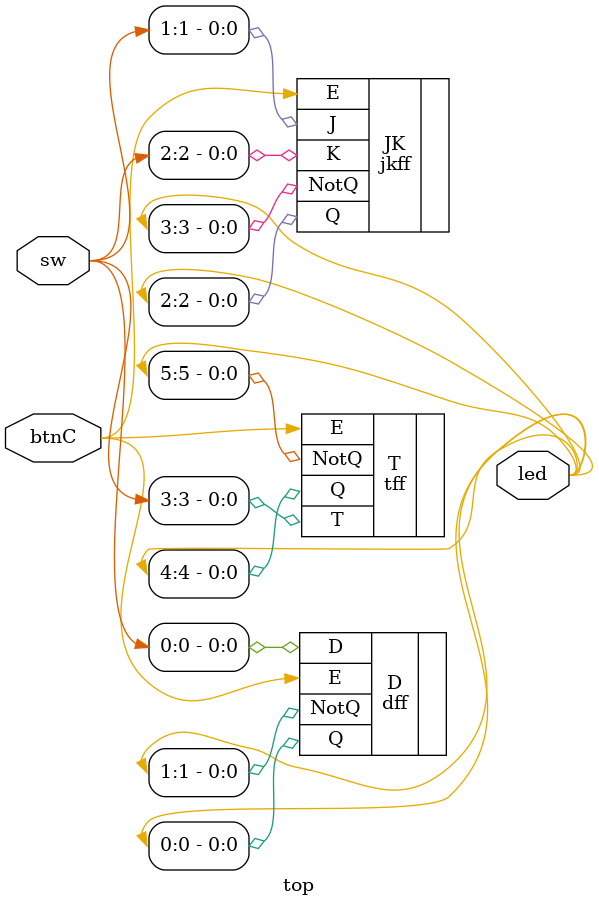
<source format=v>
module top (
    input [3:0] sw,
    input btnC,
    output [5:0] led
);

    dff D (
        .D(sw[0]),
        .E(btnC),
        .Q(led[0]),
        .NotQ(led[1])
    );
    
    jkff JK (
        .J(sw[1]),
        .K(sw[2]),
        .E(btnC),
        .Q(led[2]),
        .NotQ(led[3])
    );
    
    tff T (
        .T(sw[3]),
        .E(btnC),
        .Q(led[4]),
        .NotQ(led[5])
    );

endmodule
</source>
